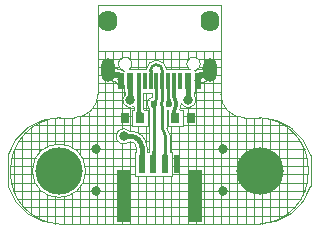
<source format=gtl>
G04*
G04 #@! TF.GenerationSoftware,Altium Limited,Altium Designer,21.3.2 (30)*
G04*
G04 Layer_Physical_Order=1*
G04 Layer_Color=255*
%FSLAX43Y43*%
%MOMM*%
G71*
G04*
G04 #@! TF.SameCoordinates,18D36F19-11BE-4002-80CD-DBD72E8668B0*
G04*
G04*
G04 #@! TF.FilePolarity,Positive*
G04*
G01*
G75*
%ADD10C,0.254*%
%ADD11C,0.100*%
%ADD12R,1.200X4.400*%
%ADD13R,0.600X1.550*%
%ADD14R,0.300X1.450*%
%ADD15R,0.600X1.450*%
%ADD16R,0.800X0.850*%
%ADD26C,0.400*%
%ADD27C,0.300*%
%ADD28C,4.000*%
%ADD29O,1.200X2.000*%
%ADD30O,1.600X1.800*%
%ADD31C,0.800*%
%ADD32C,0.600*%
G36*
X107278Y114413D02*
X107287Y114394D01*
X107304Y114378D01*
X107330Y114364D01*
X107363Y114352D01*
X107404Y114342D01*
X107454Y114335D01*
X107511Y114329D01*
X107650Y114325D01*
Y113925D01*
X107566Y113924D01*
X107455Y113915D01*
X107456Y113725D01*
X107451Y113763D01*
X107436Y113797D01*
X107412Y113827D01*
X107378Y113853D01*
X107335Y113875D01*
X107289Y113891D01*
X107274Y113886D01*
X107242Y113873D01*
X107217Y113856D01*
X107202Y113838D01*
X107195Y113818D01*
X107207Y113909D01*
X107147Y113917D01*
X107065Y113923D01*
X106973Y113925D01*
Y114325D01*
X107262Y114323D01*
X107277Y114433D01*
X107278Y114413D01*
D02*
G37*
G36*
X111377Y114454D02*
X111384Y114324D01*
X111386Y114322D01*
X111114D01*
X111116Y114324D01*
X111117Y114328D01*
X111119Y114337D01*
X111120Y114348D01*
X111122Y114402D01*
X111123Y114485D01*
X111377D01*
X111377Y114454D01*
D02*
G37*
G36*
X110377Y114462D02*
X110385Y114338D01*
X110388Y114329D01*
X110391Y114324D01*
X110394Y114322D01*
X110106D01*
X110109Y114324D01*
X110112Y114329D01*
X110115Y114338D01*
X110117Y114350D01*
X110119Y114365D01*
X110121Y114407D01*
X110123Y114495D01*
X110377D01*
X110377Y114462D01*
D02*
G37*
G36*
X114738Y114323D02*
X115027Y114325D01*
Y113925D01*
X114935Y113923D01*
X114793Y113908D01*
X114805Y113818D01*
X114798Y113838D01*
X114783Y113856D01*
X114758Y113873D01*
X114726Y113886D01*
X114711Y113891D01*
X114665Y113875D01*
X114622Y113853D01*
X114588Y113827D01*
X114564Y113797D01*
X114549Y113763D01*
X114544Y113725D01*
X114545Y113917D01*
X114434Y113924D01*
X114350Y113925D01*
Y114325D01*
X114424Y114326D01*
X114546Y114335D01*
X114596Y114342D01*
X114637Y114352D01*
X114670Y114364D01*
X114696Y114378D01*
X114713Y114394D01*
X114722Y114413D01*
X114723Y114433D01*
X114738Y114323D01*
D02*
G37*
G36*
X111893Y112875D02*
X111890Y112866D01*
X111887Y112851D01*
X111884Y112829D01*
X111880Y112768D01*
X111877Y112573D01*
X111623D01*
X111623Y112631D01*
X111607Y112875D01*
X111603Y112878D01*
X111897D01*
X111893Y112875D01*
D02*
G37*
G36*
X111393D02*
X111390Y112866D01*
X111387Y112851D01*
X111384Y112829D01*
X111380Y112768D01*
X111377Y112573D01*
X111123D01*
X111123Y112631D01*
X111107Y112875D01*
X111103Y112878D01*
X111397D01*
X111393Y112875D01*
D02*
G37*
G36*
X110893D02*
X110890Y112866D01*
X110887Y112851D01*
X110884Y112829D01*
X110880Y112768D01*
X110877Y112573D01*
X110623D01*
X110623Y112631D01*
X110607Y112875D01*
X110603Y112878D01*
X110897D01*
X110893Y112875D01*
D02*
G37*
G36*
X113729Y112873D02*
X113712Y112859D01*
X113698Y112835D01*
X113685Y112801D01*
X113674Y112758D01*
X113666Y112705D01*
X113659Y112643D01*
X113651Y112489D01*
X113651Y112478D01*
X113653Y112452D01*
X113657Y112427D01*
X113663Y112403D01*
X113670Y112380D01*
X113679Y112359D01*
X113689Y112338D01*
X113701Y112320D01*
X113715Y112302D01*
X113730Y112286D01*
X113170D01*
X113185Y112302D01*
X113199Y112320D01*
X113211Y112338D01*
X113221Y112359D01*
X113230Y112380D01*
X113237Y112403D01*
X113243Y112427D01*
X113247Y112452D01*
X113249Y112478D01*
X113249Y112489D01*
X113234Y112705D01*
X113226Y112758D01*
X113215Y112801D01*
X113202Y112835D01*
X113188Y112859D01*
X113171Y112873D01*
X113153Y112878D01*
X113747D01*
X113729Y112873D01*
D02*
G37*
G36*
X108829D02*
X108812Y112859D01*
X108798Y112835D01*
X108785Y112801D01*
X108774Y112758D01*
X108766Y112705D01*
X108759Y112643D01*
X108751Y112489D01*
X108751Y112478D01*
X108753Y112452D01*
X108757Y112427D01*
X108763Y112403D01*
X108770Y112380D01*
X108779Y112359D01*
X108789Y112338D01*
X108801Y112320D01*
X108815Y112302D01*
X108830Y112286D01*
X108270D01*
X108285Y112302D01*
X108299Y112320D01*
X108311Y112338D01*
X108321Y112359D01*
X108330Y112380D01*
X108337Y112403D01*
X108343Y112427D01*
X108347Y112452D01*
X108349Y112478D01*
X108349Y112489D01*
X108334Y112705D01*
X108326Y112758D01*
X108315Y112801D01*
X108302Y112835D01*
X108288Y112859D01*
X108271Y112873D01*
X108253Y112878D01*
X108847D01*
X108829Y112873D01*
D02*
G37*
G36*
X111908Y112053D02*
X111911Y112035D01*
X111917Y112016D01*
X111924Y111999D01*
X111933Y111981D01*
X111943Y111964D01*
X111955Y111948D01*
X111968Y111932D01*
X111984Y111916D01*
X112001Y111901D01*
X111582Y111872D01*
X111596Y111889D01*
X111609Y111907D01*
X111620Y111925D01*
X111630Y111943D01*
X111638Y111961D01*
X111644Y111979D01*
X111649Y111998D01*
X111651Y112017D01*
X111653Y112035D01*
X111652Y112055D01*
X111906Y112072D01*
X111908Y112053D01*
D02*
G37*
G36*
X110831Y111935D02*
X110825Y111915D01*
X110816Y111875D01*
X110813Y111855D01*
X110811Y111836D01*
X110811Y111816D01*
X110811Y111796D01*
X110812Y111776D01*
X110815Y111756D01*
X110819Y111737D01*
X110469Y111970D01*
X110492Y111975D01*
X110512Y111981D01*
X110531Y111987D01*
X110547Y111995D01*
X110561Y112004D01*
X110574Y112014D01*
X110584Y112025D01*
X110593Y112037D01*
X110599Y112049D01*
X110604Y112063D01*
X110831Y111935D01*
D02*
G37*
G36*
X110726Y111452D02*
X110709Y111436D01*
X110695Y111420D01*
X110682Y111404D01*
X110671Y111387D01*
X110661Y111370D01*
X110653Y111352D01*
X110647Y111334D01*
X110643Y111316D01*
X110640Y111297D01*
X110640Y111278D01*
X110385Y111289D01*
X110385Y111308D01*
X110382Y111327D01*
X110378Y111346D01*
X110373Y111364D01*
X110366Y111382D01*
X110357Y111400D01*
X110347Y111418D01*
X110335Y111435D01*
X110321Y111453D01*
X110306Y111470D01*
X110726Y111452D01*
D02*
G37*
G36*
X109401Y111213D02*
X109413Y111097D01*
X109424Y111050D01*
X109438Y111010D01*
X109454Y110977D01*
X109474Y110952D01*
X109496Y110934D01*
X109521Y110923D01*
X109550Y110919D01*
X108953Y110922D01*
X108981Y110926D01*
X109006Y110936D01*
X109028Y110954D01*
X109047Y110980D01*
X109063Y111012D01*
X109076Y111052D01*
X109087Y111098D01*
X109094Y111152D01*
X109099Y111214D01*
X109100Y111282D01*
X109400D01*
X109401Y111213D01*
D02*
G37*
G36*
X111628Y107593D02*
X111638Y107495D01*
X111647Y107455D01*
X111659Y107421D01*
X111673Y107393D01*
X111689Y107372D01*
X111708Y107356D01*
X111730Y107347D01*
X111754Y107344D01*
X111246D01*
X111270Y107347D01*
X111292Y107356D01*
X111311Y107372D01*
X111327Y107393D01*
X111341Y107421D01*
X111353Y107455D01*
X111362Y107495D01*
X111368Y107541D01*
X111372Y107593D01*
X111373Y107652D01*
X111627D01*
X111628Y107593D01*
D02*
G37*
G36*
X110641D02*
X110651Y107495D01*
X110660Y107455D01*
X110671Y107421D01*
X110685Y107393D01*
X110702Y107372D01*
X110721Y107356D01*
X110742Y107347D01*
X110767Y107344D01*
X110258D01*
X110283Y107347D01*
X110304Y107356D01*
X110323Y107372D01*
X110340Y107393D01*
X110354Y107421D01*
X110365Y107455D01*
X110374Y107495D01*
X110380Y107541D01*
X110384Y107593D01*
X110385Y107652D01*
X110640D01*
X110641Y107593D01*
D02*
G37*
D10*
X111250Y111327D02*
G03*
X111227Y111431I-254J-1D01*
G01*
X111178Y111654D02*
G03*
X111227Y111431I528J0D01*
G01*
X111250Y111981D02*
G03*
X111178Y111654I702J-327D01*
G01*
X110572Y111727D02*
G03*
X110727Y112033I-590J492D01*
G01*
X110525Y111675D02*
G03*
X110572Y111727I-543J543D01*
G01*
X110727Y112033D02*
G03*
X110750Y112218I-745J186D01*
G01*
X111500Y109009D02*
G03*
X111400Y109250I-341J0D01*
G01*
X111250Y109612D02*
G03*
X111400Y109250I512J0D01*
G01*
X111250Y114485D02*
G03*
X110745Y114990I-505J0D01*
G01*
D02*
G03*
X110250Y114497I0J-495D01*
G01*
D02*
G03*
X110250Y114495I495J-2D01*
G01*
X111250Y111981D02*
Y113002D01*
X111227Y111431D02*
X111227Y111431D01*
X111250Y113002D02*
X111250Y113600D01*
X111750Y112480D02*
Y113582D01*
X111250Y109612D02*
Y111326D01*
X111250Y111327D02*
X111250Y111326D01*
X111750Y112480D02*
X111806Y111672D01*
X110512Y111662D02*
X110525Y111675D01*
X110512Y106588D02*
Y111662D01*
X110750Y112218D02*
Y113600D01*
X110500Y106575D02*
X110512Y106588D01*
X111250Y113600D02*
Y114485D01*
X111500Y106575D02*
Y109009D01*
X110250Y113600D02*
X110250D01*
X110250D02*
Y114495D01*
D11*
X115638Y114084D02*
G03*
X115770Y114402I-318J318D01*
G01*
D02*
G03*
X115002Y114720I-450J0D01*
G01*
X115055Y113675D02*
G03*
X115361Y113807I-12J450D01*
G01*
X115055Y113675D02*
G03*
X115361Y113807I-12J450D01*
G01*
X115043Y113675D02*
G03*
X115055Y113675I0J450D01*
G01*
X115043Y113675D02*
G03*
X115055Y113675I0J450D01*
G01*
X114000Y114481D02*
G03*
X114465Y115045I-110J564D01*
G01*
X114000Y114481D02*
G03*
X114465Y115045I-110J564D01*
G01*
X111622Y114575D02*
G03*
X110745Y115367I-877J-90D01*
G01*
X114465Y115045D02*
G03*
X113559Y114575I-575J0D01*
G01*
X114465Y115045D02*
G03*
X113559Y114575I-575J0D01*
G01*
X114350D02*
G03*
X114318Y114574I0J-450D01*
G01*
X114350Y114575D02*
G03*
X114318Y114574I0J-450D01*
G01*
D02*
G03*
X114032Y114443I32J-449D01*
G01*
X114318Y114574D02*
G03*
X114032Y114443I32J-449D01*
G01*
X114000Y113651D02*
G03*
X114335Y113583I250J374D01*
G01*
X116200Y112500D02*
G03*
X118200Y110500I2000J0D01*
G01*
X114100Y112000D02*
G03*
X113929Y112440I-650J0D01*
G01*
X112854Y111742D02*
G03*
X114100Y112000I596J258D01*
G01*
X123596Y106000D02*
G03*
X123601Y106202I-4298J202D01*
G01*
D02*
G03*
X119500Y110500I-4303J0D01*
G01*
X123601Y105798D02*
G03*
X123596Y106000I-4303J0D01*
G01*
X119500Y101500D02*
G03*
X123601Y105798I-202J4298D01*
G01*
X112856Y111672D02*
G03*
X112854Y111742I-1050J0D01*
G01*
X112731Y111175D02*
G03*
X112856Y111672I-925J497D01*
G01*
X111627Y111152D02*
G03*
X111700Y111133I179J520D01*
G01*
X110373Y112203D02*
G03*
X110373Y112218I-391J15D01*
G01*
X110373Y112203D02*
G03*
X110102Y111323I152J-529D01*
G01*
X111877Y109009D02*
G03*
X111667Y109517I-718J0D01*
G01*
X111627Y109612D02*
G03*
X111667Y109517I135J0D01*
G01*
X110745Y115367D02*
G03*
X109877Y114575I0J-872D01*
G01*
X108441D02*
G03*
X108685Y115045I-331J470D01*
G01*
D02*
G03*
X108000Y114481I-575J0D01*
G01*
X108685Y115045D02*
G03*
X108000Y114481I-575J0D01*
G01*
X108441Y114575D02*
G03*
X108685Y115045I-331J470D01*
G01*
X108000Y114408D02*
G03*
X107684Y114574I-350J-283D01*
G01*
X108000Y114408D02*
G03*
X107684Y114574I-350J-283D01*
G01*
X109700Y112000D02*
G03*
X109650Y112335I-1150J0D01*
G01*
Y111665D02*
G03*
X109700Y112000I-1100J335D01*
G01*
X107308Y113516D02*
G03*
X108000Y113226I442J84D01*
G01*
X108071Y112440D02*
G03*
X108850Y111423I479J-440D01*
G01*
X107115Y114629D02*
G03*
X106230Y114515I-435J-114D01*
G01*
Y114125D02*
G03*
X106680Y113675I450J0D01*
G01*
X106230Y114125D02*
G03*
X106680Y113675I450J0D01*
G01*
X109949Y107975D02*
G03*
X108560Y109365I-1390J0D01*
G01*
X109049Y107975D02*
G03*
X108560Y108465I-490J0D01*
G01*
X108415Y109394D02*
G03*
X108415Y108437I-440J-479D01*
G01*
X103800Y110500D02*
G03*
X105800Y112500I0J2000D01*
G01*
X102665Y110500D02*
G03*
X98400Y106000I117J-4382D01*
G01*
X104750Y106000D02*
G03*
X104750Y106000I-2250J0D01*
G01*
X98400Y106000D02*
G03*
X102500Y101500I4300J-200D01*
G01*
X115530Y114800D02*
X116200D01*
X115500Y114815D02*
Y116164D01*
X114897Y114616D02*
X115002Y114720D01*
X114878Y114636D02*
X114894Y114618D01*
X114833Y114663D02*
X114854Y114648D01*
X114810Y114669D02*
X114833Y114663D01*
X114854Y114648D02*
X114878Y114636D01*
X115654Y114100D02*
X116200D01*
X115361Y113807D02*
X115638Y114084D01*
X114410Y114800D02*
X115110D01*
X114241Y115500D02*
X116200D01*
X114763Y114681D02*
X114789Y114680D01*
X114737Y114688D02*
X114763Y114681D01*
X114713Y114685D02*
X114737Y114688D01*
X114689Y114686D02*
X114713Y114685D01*
X114800Y114674D02*
Y116164D01*
X114665Y114678D02*
X114689Y114686D01*
X114789Y114680D02*
X114810Y114669D01*
X114639Y114674D02*
X114665Y114678D01*
X114618Y114662D02*
X114639Y114674D01*
X114595Y114654D02*
X114618Y114662D01*
X115033Y113670D02*
X115055Y113675D01*
X115011Y113670D02*
X115033Y113670D01*
X114990Y113647D02*
X115008Y113663D01*
X114975Y113628D02*
X114990Y113647D01*
X114953Y113615D02*
X114975Y113628D01*
X114933Y113597D02*
X114953Y113615D01*
X114910Y113590D02*
X114933Y113597D01*
X114890Y113577D02*
X114910Y113590D01*
X114864Y113574D02*
X114890Y113577D01*
X114839Y113565D02*
X114864Y113574D01*
X114791Y113563D02*
X114815Y113567D01*
X114766Y113570D02*
X114791Y113563D01*
X114815Y113567D02*
X114839Y113565D01*
X114742Y113572D02*
X114766Y113570D01*
X114723Y113544D02*
X114742Y113572D01*
X114710Y113535D02*
X114723Y113544D01*
X114699Y113523D02*
X114710Y113535D01*
X114669Y113508D02*
X114699Y113523D01*
X114640Y113489D02*
X114669Y113508D01*
X114624Y113486D02*
X114640Y113489D01*
X114610Y113479D02*
X114624Y113486D01*
X114576Y113477D02*
X114610Y113479D01*
X114576Y114637D02*
X114595Y114654D01*
X114553Y114623D02*
X114576Y114637D01*
X114539Y114604D02*
X114553Y114623D01*
X114100Y115580D02*
Y116164D01*
X113400Y115346D02*
Y116164D01*
X114521Y114589D02*
X114539Y114604D01*
X114413Y114581D02*
X114518Y114588D01*
X114346Y114580D02*
X114413Y114581D01*
X113400Y114575D02*
Y114744D01*
X114318Y114574D02*
X114346Y114580D01*
X111622Y114575D02*
X111650D01*
X111569Y114800D02*
X113370D01*
X111622Y114575D02*
X111650D01*
X111300Y115171D02*
Y116164D01*
X110600Y115355D02*
Y116164D01*
X112700Y114575D02*
Y116164D01*
X112000Y114575D02*
Y116164D01*
X111650Y114575D02*
X111850D01*
X112150D01*
X114342Y113570D02*
X114354Y113559D01*
X114100Y114499D02*
Y114510D01*
X114335Y113583D02*
X114342Y113570D01*
X114432Y113499D02*
X114445Y113490D01*
X114416Y113504D02*
X114432Y113499D01*
X114445Y113490D02*
X114478Y113483D01*
X114363Y113546D02*
X114391Y113527D01*
X114354Y113559D02*
X114363Y113546D01*
X114391Y113527D02*
X114416Y113504D01*
X112650Y114575D02*
X112900D01*
X112350D02*
X112650D01*
X112900D02*
X113150D01*
X112150D02*
X112350D01*
X111850D02*
X112150D01*
X112350D02*
X112650D01*
X114000Y114411D02*
X114032Y114443D01*
X113150Y114575D02*
X113559D01*
X112900D02*
X113150D01*
X114000Y114411D02*
Y114481D01*
X116200Y112500D02*
Y116164D01*
X114543Y113470D02*
X114576Y113477D01*
X114527Y113473D02*
X114543Y113470D01*
X114000Y112700D02*
X116200D01*
X114511Y113472D02*
X114527Y113473D01*
X114478Y113483D02*
X114511Y113472D01*
X114000Y112625D02*
Y112869D01*
X116200Y101500D02*
Y112472D01*
X114100Y112000D02*
X116263D01*
X115500Y101500D02*
Y113946D01*
X114100Y101500D02*
Y113601D01*
X114800Y101500D02*
Y113565D01*
X114000Y112869D02*
Y112887D01*
Y113400D02*
X116200D01*
X113913Y112625D02*
X114000D01*
Y112887D02*
Y113651D01*
X113913Y112625D02*
X113918Y112671D01*
X113905Y112514D02*
X113905Y112494D01*
X112788Y111300D02*
X116600D01*
X113917Y112459D02*
X113929Y112440D01*
X113906Y112486D02*
X113913Y112623D01*
X113400Y101500D02*
Y111352D01*
X121800Y102297D02*
Y109703D01*
X118200Y110500D02*
X119500Y110500D01*
X123200Y103984D02*
Y108016D01*
X121100Y101891D02*
Y110109D01*
X120400Y101639D02*
Y110361D01*
X119000Y101500D02*
Y110500D01*
X118300Y101500D02*
Y110500D01*
X119700Y101514D02*
Y110486D01*
X113000Y109900D02*
X121498D01*
X111851Y109200D02*
X122384D01*
X111877Y108500D02*
X122936D01*
X113000Y110600D02*
X117575D01*
X112731Y111175D02*
X113000D01*
X111700Y109825D02*
X113000D01*
X112050Y106400D02*
X123597D01*
X112050Y107100D02*
X123506D01*
X112050Y105700D02*
X123600D01*
X117600Y101500D02*
Y110592D01*
X116900Y101500D02*
Y110980D01*
X111877Y107800D02*
X123293D01*
X110373Y112218D02*
Y112548D01*
X110368Y112572D02*
X110373Y112548D01*
X113000Y109825D02*
Y111175D01*
X111700Y109825D02*
Y111133D01*
X112000Y107600D02*
Y109825D01*
X111627Y110600D02*
X111700D01*
X111627Y109612D02*
Y111152D01*
Y109900D02*
X111700D01*
X110368Y112622D02*
X110368Y112572D01*
X110350Y112625D02*
X110368D01*
X110350D02*
X110368D01*
X110150D02*
X110350D01*
X110102Y111323D02*
X110115Y111301D01*
X110135Y107679D02*
Y111260D01*
X110000Y110600D02*
X110135D01*
X110000Y109900D02*
X110135D01*
X110131Y111279D02*
X110135Y111260D01*
X110115Y111301D02*
X110125Y111290D01*
X110000Y109825D02*
Y111175D01*
X111882Y107657D02*
X111883Y107609D01*
X111877Y107679D02*
X111882Y107657D01*
X111884Y107600D02*
X112050D01*
X111877Y107679D02*
Y109009D01*
X112700Y101500D02*
Y109825D01*
X112050Y105550D02*
Y107600D01*
X111050Y105550D02*
X112050D01*
X111300Y101500D02*
Y105550D01*
X110950D02*
X111050D01*
X112000Y101500D02*
Y105550D01*
X110131Y107657D02*
X110135Y107679D01*
X109955Y107800D02*
X110135D01*
X110130Y107605D02*
X110131Y107657D01*
X109955Y107746D02*
X109965Y107600D01*
X109954Y107830D02*
X109955Y107746D01*
X109965Y107600D02*
X110050D01*
X110600Y101500D02*
Y105550D01*
X110050D02*
X110950D01*
X111050D01*
X109965Y107600D02*
X110050D01*
X109965D02*
X109968Y107549D01*
X110050Y107600D02*
X110129D01*
X109900Y114711D02*
Y116164D01*
X109200Y114575D02*
Y116164D01*
X109100Y114575D02*
X109350D01*
X108630Y114800D02*
X109928D01*
X108850Y114575D02*
X109100D01*
X108500D02*
Y114623D01*
X108850Y114575D02*
X109100D01*
X109850D02*
X109877D01*
X109850D02*
X109877D01*
X109350D02*
X109650D01*
X109350D02*
X109650D01*
X109850D01*
X108461Y115500D02*
X113539D01*
X105800Y116164D02*
X116200D01*
X108500Y115467D02*
Y116164D01*
X107800Y115529D02*
Y116164D01*
X105800Y115500D02*
X107759D01*
X108441Y114575D02*
X108850D01*
X109850Y112625D02*
X110150D01*
X109650D02*
X109850D01*
X110150D01*
X108084D02*
X108094Y112485D01*
X108081Y112676D02*
X108084Y112625D01*
X108095Y112494D02*
X108095Y112514D01*
X109700Y112000D02*
X110081D01*
X109650Y111309D02*
Y111665D01*
Y112335D02*
Y112625D01*
X108850Y111309D02*
Y111423D01*
X108000Y112869D02*
Y112887D01*
Y113226D01*
X105800Y112700D02*
X108000D01*
Y114408D02*
Y114481D01*
X107800Y114549D02*
Y114561D01*
X108000Y112625D02*
X108084D01*
X105400Y111300D02*
X108848D01*
X108071Y112440D02*
X108083Y112459D01*
X108000Y112625D02*
Y112869D01*
X105737Y112000D02*
X107900D01*
X107361Y114674D02*
X107382Y114662D01*
X107335Y114678D02*
X107361Y114674D01*
X107382Y114662D02*
X107405Y114654D01*
X107287Y114685D02*
X107311Y114686D01*
X107263Y114688D02*
X107287Y114685D01*
X107311Y114686D02*
X107335Y114678D01*
X107485Y114588D02*
X107527Y114584D01*
X107461Y114604D02*
X107479Y114589D01*
X107527Y114584D02*
X107658Y114580D01*
X107424Y114637D02*
X107447Y114623D01*
X107405Y114654D02*
X107424Y114637D01*
X107447Y114623D02*
X107461Y114604D01*
X107237Y114681D02*
X107263Y114688D01*
X107028Y114800D02*
X107590D01*
X107211Y114680D02*
X107237Y114681D01*
X107100Y114676D02*
Y116164D01*
X106400Y114867D02*
Y116164D01*
X105800Y114800D02*
X106332D01*
X107190Y114669D02*
X107211Y114680D01*
X107167Y114663D02*
X107190Y114669D01*
X107146Y114648D02*
X107167Y114663D01*
X105800Y112500D02*
Y116164D01*
X107122Y114636D02*
X107146Y114648D01*
X107658Y114580D02*
X107684Y114574D01*
X107136Y113574D02*
X107161Y113565D01*
X107234Y113570D02*
X107258Y113572D01*
X107090Y113590D02*
X107110Y113577D01*
X107067Y113597D02*
X107090Y113590D01*
X107110Y113577D02*
X107136Y113574D01*
X107277Y113544D02*
X107290Y113535D01*
X107258Y113572D02*
X107277Y113544D01*
X107290Y113535D02*
X107301Y113523D01*
X107209Y113563D02*
X107234Y113570D01*
X107161Y113565D02*
X107185Y113567D01*
X107209Y113563D01*
X106680Y113675D02*
X106946D01*
X106967Y113670D01*
X106230Y114125D02*
Y114515D01*
X105800Y114100D02*
X106231D01*
X107047Y113615D02*
X107067Y113597D01*
X107025Y113628D02*
X107047Y113615D01*
X105800Y113400D02*
X107347D01*
X106992Y113663D02*
X107010Y113647D01*
X106967Y113670D02*
X106989Y113670D01*
X107010Y113647D02*
X107025Y113628D01*
X109900Y111175D02*
Y112625D01*
X109652Y111300D02*
X110116D01*
X109662Y111175D02*
X110000D01*
X109655Y111288D02*
X109656Y111229D01*
X109650Y111309D02*
X109655Y111288D01*
X109656Y111229D02*
X109662Y111175D01*
X109847Y108500D02*
X110135D01*
X109216Y109200D02*
X110135D01*
X109949Y107853D02*
X109954Y107830D01*
X109900Y108342D02*
Y109825D01*
X109200Y109209D02*
Y109825D01*
X109949Y107853D02*
Y107975D01*
X108845Y111287D02*
X108850Y111309D01*
X108844Y111225D02*
X108845Y111287D01*
X108840Y111179D02*
X108844Y111225D01*
X108700Y110914D02*
Y110932D01*
Y111175D02*
X108840D01*
X104425Y110600D02*
X108700D01*
Y109825D02*
X110000D01*
X109049Y107853D02*
Y107975D01*
X108700Y109825D02*
Y110914D01*
X100566Y109900D02*
X108700D01*
X109045Y107830D02*
X109049Y107853D01*
X109044Y107744D02*
X109045Y107830D01*
X109037Y107602D02*
X109044Y107744D01*
X109031Y107554D02*
X109036Y107600D01*
X108950Y107356D02*
Y107600D01*
Y107338D02*
Y107356D01*
X109950Y105550D02*
X110050D01*
X108950D02*
X109950D01*
X110050D01*
X109200Y101500D02*
Y105550D01*
X108950D02*
Y107338D01*
X109900Y101500D02*
Y105550D01*
X108950Y107600D02*
X109036D01*
X103850Y107800D02*
X109044D01*
X104516Y105000D02*
X123526D01*
X104714Y106400D02*
X108950D01*
X104463Y107100D02*
X108950D01*
X104730Y105700D02*
X108950D01*
X103974Y104300D02*
X123332D01*
X99000Y103600D02*
X122997D01*
X99519Y102900D02*
X122479D01*
X102497Y101500D02*
X119503D01*
X100340Y102200D02*
X121658D01*
X102500Y101500D02*
X119500Y101500D01*
X108700Y110932D02*
Y111175D01*
X108500Y109367D02*
Y111352D01*
X108469Y109371D02*
X108489Y109370D01*
X108415Y109394D02*
X108435Y109382D01*
X107800Y109541D02*
Y113153D01*
X108459Y109371D02*
X108469Y109371D01*
X108489Y109370D02*
X108510Y109365D01*
X108560D01*
X107100Y101500D02*
Y113583D01*
X106400Y101500D02*
Y113773D01*
X105700Y101500D02*
Y111876D01*
X102665Y110500D02*
X103800D01*
X99665Y109200D02*
X107391D01*
X102900Y108214D02*
Y110500D01*
X102200Y108230D02*
Y110463D01*
X101500Y108016D02*
Y110310D01*
X105000Y101500D02*
Y110900D01*
X104300Y107350D02*
Y110564D01*
X103600Y107963D02*
Y110500D01*
X100800Y107474D02*
Y110028D01*
X100100Y102369D02*
Y109585D01*
X108510Y108465D02*
X108560D01*
X108489Y108460D02*
X108510Y108465D01*
X108469Y108460D02*
X108489Y108460D01*
X108459Y108459D02*
X108469Y108460D01*
X108415Y108437D02*
X108435Y108449D01*
X101500Y101666D02*
Y103984D01*
X108500Y101500D02*
Y108463D01*
X107800Y101500D02*
Y108289D01*
X104300Y101500D02*
Y104650D01*
X103600Y101500D02*
Y104037D01*
X102900Y101500D02*
Y103786D01*
X102200Y101524D02*
Y103770D01*
X99102Y108500D02*
X107475D01*
X98734Y107800D02*
X101150D01*
X98510Y107100D02*
X100537D01*
X98408Y106400D02*
X100286D01*
X98396Y105700D02*
X100270D01*
X98470Y105000D02*
X100484D01*
X98665Y104300D02*
X101026D01*
X99400Y103036D02*
Y108907D01*
X98700Y104209D02*
Y107716D01*
X100800Y101937D02*
Y104526D01*
X102500Y110500D02*
G03*
X98200Y107327I0J-4500D01*
G01*
X119500Y101500D02*
G03*
X123800Y104673I0J4500D01*
G01*
Y107327D02*
G03*
X119500Y110500I-4300J-1327D01*
G01*
X98200Y104673D02*
G03*
X102500Y101500I4300J1327D01*
G01*
X116200Y112500D02*
G03*
X118200Y110500I2000J0D01*
G01*
X103800D02*
G03*
X105800Y112500I0J2000D01*
G01*
X118200Y110500D02*
X119500D01*
X123800Y104673D02*
Y107327D01*
X102500Y110500D02*
X103800D01*
X116200Y112500D02*
Y120000D01*
X102500Y101500D02*
X119500D01*
X98200Y104673D02*
Y107327D01*
X105800Y112500D02*
Y120000D01*
X116200D01*
D12*
X108000Y103900D02*
D03*
X114000D02*
D03*
D13*
X109500Y106575D02*
D03*
X110500D02*
D03*
X111500D02*
D03*
X112500D02*
D03*
D14*
X110750Y113600D02*
D03*
X111750D02*
D03*
X111250D02*
D03*
X110250D02*
D03*
X109750D02*
D03*
X112250D02*
D03*
X112750D02*
D03*
X109250D02*
D03*
D15*
X113450D02*
D03*
X108550D02*
D03*
X114250D02*
D03*
X107750D02*
D03*
D16*
X108050Y110500D02*
D03*
X109350D02*
D03*
X112350D02*
D03*
X113650D02*
D03*
D26*
X109499Y107975D02*
G03*
X108560Y108915I-940J0D01*
G01*
X109499Y106575D02*
Y107975D01*
X107975Y108915D02*
X108560D01*
X109499Y106575D02*
X109500D01*
X113450Y112000D02*
Y113600D01*
X108550Y112000D02*
Y113600D01*
X106680Y114125D02*
X107650D01*
X114350D02*
X115043D01*
X115320Y114402D01*
X114250Y114025D02*
X114350Y114125D01*
X107650D02*
X107750Y113600D01*
X106680Y114125D02*
Y114515D01*
D27*
X112315Y111268D02*
G03*
X112250Y111083I235J-186D01*
G01*
Y112262D02*
G03*
X112314Y112077I300J1D01*
G01*
X112250Y110741D02*
G03*
X112350Y110500I341J0D01*
G01*
X112250Y110741D02*
G03*
X112350Y110500I341J0D01*
G01*
X112315Y111268D02*
G03*
X112314Y112077I-509J405D01*
G01*
X109264Y111770D02*
G03*
X109250Y111681I286J-91D01*
G01*
Y112319D02*
G03*
X109264Y112230I300J1D01*
G01*
X109250Y110741D02*
G03*
X109350Y110500I341J0D01*
G01*
X109264Y111770D02*
G03*
X109264Y112230I-714J230D01*
G01*
X112250Y112262D02*
Y112262D01*
Y110741D02*
Y111083D01*
Y112262D02*
Y113600D01*
X109250Y112319D02*
Y113600D01*
Y112319D02*
Y112319D01*
Y110741D02*
Y111681D01*
D28*
X119500Y106000D02*
D03*
X102500D02*
D03*
D29*
X106680Y114515D02*
D03*
X115320D02*
D03*
D30*
Y118695D02*
D03*
X106680D02*
D03*
D31*
X107975Y108915D02*
D03*
X108550Y112000D02*
D03*
X113450D02*
D03*
X116400Y107825D02*
D03*
Y104275D02*
D03*
X105600D02*
D03*
Y107825D02*
D03*
D32*
X111806Y111672D02*
D03*
X110525Y111675D02*
D03*
M02*

</source>
